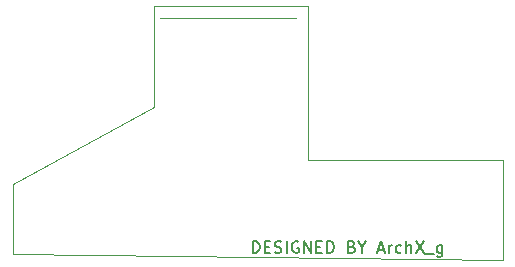
<source format=gbr>
%TF.GenerationSoftware,KiCad,Pcbnew,9.0.7*%
%TF.CreationDate,2026-01-22T13:26:52+05:30*%
%TF.ProjectId,uc7800,75633738-3030-42e6-9b69-6361645f7063,rev?*%
%TF.SameCoordinates,Original*%
%TF.FileFunction,Profile,NP*%
%FSLAX46Y46*%
G04 Gerber Fmt 4.6, Leading zero omitted, Abs format (unit mm)*
G04 Created by KiCad (PCBNEW 9.0.7) date 2026-01-22 13:26:52*
%MOMM*%
%LPD*%
G01*
G04 APERTURE LIST*
%TA.AperFunction,Profile*%
%ADD10C,0.050000*%
%TD*%
%ADD11C,0.150000*%
G04 APERTURE END LIST*
D10*
X170000000Y-92500000D02*
X170000000Y-79500000D01*
X170000000Y-79500000D02*
X157000000Y-79500000D01*
X157000000Y-79500000D02*
X157000000Y-80500000D01*
X157500000Y-80500000D02*
X169000000Y-80500000D01*
X186500000Y-99500000D02*
X186500000Y-101000000D01*
X186500000Y-92500000D02*
X170000000Y-92500000D01*
X145000000Y-100500000D02*
X186500000Y-101000000D01*
X145000000Y-94500000D02*
X145000000Y-99500000D01*
X157000000Y-88000000D02*
X145000000Y-94500000D01*
X145000000Y-99500000D02*
X145000000Y-100500000D01*
X157000000Y-80500000D02*
X157000000Y-88000000D01*
X186500000Y-99500000D02*
X186500000Y-92500000D01*
D11*
X165336779Y-100369819D02*
X165336779Y-99369819D01*
X165336779Y-99369819D02*
X165574874Y-99369819D01*
X165574874Y-99369819D02*
X165717731Y-99417438D01*
X165717731Y-99417438D02*
X165812969Y-99512676D01*
X165812969Y-99512676D02*
X165860588Y-99607914D01*
X165860588Y-99607914D02*
X165908207Y-99798390D01*
X165908207Y-99798390D02*
X165908207Y-99941247D01*
X165908207Y-99941247D02*
X165860588Y-100131723D01*
X165860588Y-100131723D02*
X165812969Y-100226961D01*
X165812969Y-100226961D02*
X165717731Y-100322200D01*
X165717731Y-100322200D02*
X165574874Y-100369819D01*
X165574874Y-100369819D02*
X165336779Y-100369819D01*
X166336779Y-99846009D02*
X166670112Y-99846009D01*
X166812969Y-100369819D02*
X166336779Y-100369819D01*
X166336779Y-100369819D02*
X166336779Y-99369819D01*
X166336779Y-99369819D02*
X166812969Y-99369819D01*
X167193922Y-100322200D02*
X167336779Y-100369819D01*
X167336779Y-100369819D02*
X167574874Y-100369819D01*
X167574874Y-100369819D02*
X167670112Y-100322200D01*
X167670112Y-100322200D02*
X167717731Y-100274580D01*
X167717731Y-100274580D02*
X167765350Y-100179342D01*
X167765350Y-100179342D02*
X167765350Y-100084104D01*
X167765350Y-100084104D02*
X167717731Y-99988866D01*
X167717731Y-99988866D02*
X167670112Y-99941247D01*
X167670112Y-99941247D02*
X167574874Y-99893628D01*
X167574874Y-99893628D02*
X167384398Y-99846009D01*
X167384398Y-99846009D02*
X167289160Y-99798390D01*
X167289160Y-99798390D02*
X167241541Y-99750771D01*
X167241541Y-99750771D02*
X167193922Y-99655533D01*
X167193922Y-99655533D02*
X167193922Y-99560295D01*
X167193922Y-99560295D02*
X167241541Y-99465057D01*
X167241541Y-99465057D02*
X167289160Y-99417438D01*
X167289160Y-99417438D02*
X167384398Y-99369819D01*
X167384398Y-99369819D02*
X167622493Y-99369819D01*
X167622493Y-99369819D02*
X167765350Y-99417438D01*
X168193922Y-100369819D02*
X168193922Y-99369819D01*
X169193921Y-99417438D02*
X169098683Y-99369819D01*
X169098683Y-99369819D02*
X168955826Y-99369819D01*
X168955826Y-99369819D02*
X168812969Y-99417438D01*
X168812969Y-99417438D02*
X168717731Y-99512676D01*
X168717731Y-99512676D02*
X168670112Y-99607914D01*
X168670112Y-99607914D02*
X168622493Y-99798390D01*
X168622493Y-99798390D02*
X168622493Y-99941247D01*
X168622493Y-99941247D02*
X168670112Y-100131723D01*
X168670112Y-100131723D02*
X168717731Y-100226961D01*
X168717731Y-100226961D02*
X168812969Y-100322200D01*
X168812969Y-100322200D02*
X168955826Y-100369819D01*
X168955826Y-100369819D02*
X169051064Y-100369819D01*
X169051064Y-100369819D02*
X169193921Y-100322200D01*
X169193921Y-100322200D02*
X169241540Y-100274580D01*
X169241540Y-100274580D02*
X169241540Y-99941247D01*
X169241540Y-99941247D02*
X169051064Y-99941247D01*
X169670112Y-100369819D02*
X169670112Y-99369819D01*
X169670112Y-99369819D02*
X170241540Y-100369819D01*
X170241540Y-100369819D02*
X170241540Y-99369819D01*
X170717731Y-99846009D02*
X171051064Y-99846009D01*
X171193921Y-100369819D02*
X170717731Y-100369819D01*
X170717731Y-100369819D02*
X170717731Y-99369819D01*
X170717731Y-99369819D02*
X171193921Y-99369819D01*
X171622493Y-100369819D02*
X171622493Y-99369819D01*
X171622493Y-99369819D02*
X171860588Y-99369819D01*
X171860588Y-99369819D02*
X172003445Y-99417438D01*
X172003445Y-99417438D02*
X172098683Y-99512676D01*
X172098683Y-99512676D02*
X172146302Y-99607914D01*
X172146302Y-99607914D02*
X172193921Y-99798390D01*
X172193921Y-99798390D02*
X172193921Y-99941247D01*
X172193921Y-99941247D02*
X172146302Y-100131723D01*
X172146302Y-100131723D02*
X172098683Y-100226961D01*
X172098683Y-100226961D02*
X172003445Y-100322200D01*
X172003445Y-100322200D02*
X171860588Y-100369819D01*
X171860588Y-100369819D02*
X171622493Y-100369819D01*
X173717731Y-99846009D02*
X173860588Y-99893628D01*
X173860588Y-99893628D02*
X173908207Y-99941247D01*
X173908207Y-99941247D02*
X173955826Y-100036485D01*
X173955826Y-100036485D02*
X173955826Y-100179342D01*
X173955826Y-100179342D02*
X173908207Y-100274580D01*
X173908207Y-100274580D02*
X173860588Y-100322200D01*
X173860588Y-100322200D02*
X173765350Y-100369819D01*
X173765350Y-100369819D02*
X173384398Y-100369819D01*
X173384398Y-100369819D02*
X173384398Y-99369819D01*
X173384398Y-99369819D02*
X173717731Y-99369819D01*
X173717731Y-99369819D02*
X173812969Y-99417438D01*
X173812969Y-99417438D02*
X173860588Y-99465057D01*
X173860588Y-99465057D02*
X173908207Y-99560295D01*
X173908207Y-99560295D02*
X173908207Y-99655533D01*
X173908207Y-99655533D02*
X173860588Y-99750771D01*
X173860588Y-99750771D02*
X173812969Y-99798390D01*
X173812969Y-99798390D02*
X173717731Y-99846009D01*
X173717731Y-99846009D02*
X173384398Y-99846009D01*
X174574874Y-99893628D02*
X174574874Y-100369819D01*
X174241541Y-99369819D02*
X174574874Y-99893628D01*
X174574874Y-99893628D02*
X174908207Y-99369819D01*
X175955827Y-100084104D02*
X176432017Y-100084104D01*
X175860589Y-100369819D02*
X176193922Y-99369819D01*
X176193922Y-99369819D02*
X176527255Y-100369819D01*
X176860589Y-100369819D02*
X176860589Y-99703152D01*
X176860589Y-99893628D02*
X176908208Y-99798390D01*
X176908208Y-99798390D02*
X176955827Y-99750771D01*
X176955827Y-99750771D02*
X177051065Y-99703152D01*
X177051065Y-99703152D02*
X177146303Y-99703152D01*
X177908208Y-100322200D02*
X177812970Y-100369819D01*
X177812970Y-100369819D02*
X177622494Y-100369819D01*
X177622494Y-100369819D02*
X177527256Y-100322200D01*
X177527256Y-100322200D02*
X177479637Y-100274580D01*
X177479637Y-100274580D02*
X177432018Y-100179342D01*
X177432018Y-100179342D02*
X177432018Y-99893628D01*
X177432018Y-99893628D02*
X177479637Y-99798390D01*
X177479637Y-99798390D02*
X177527256Y-99750771D01*
X177527256Y-99750771D02*
X177622494Y-99703152D01*
X177622494Y-99703152D02*
X177812970Y-99703152D01*
X177812970Y-99703152D02*
X177908208Y-99750771D01*
X178336780Y-100369819D02*
X178336780Y-99369819D01*
X178765351Y-100369819D02*
X178765351Y-99846009D01*
X178765351Y-99846009D02*
X178717732Y-99750771D01*
X178717732Y-99750771D02*
X178622494Y-99703152D01*
X178622494Y-99703152D02*
X178479637Y-99703152D01*
X178479637Y-99703152D02*
X178384399Y-99750771D01*
X178384399Y-99750771D02*
X178336780Y-99798390D01*
X179146304Y-99369819D02*
X179812970Y-100369819D01*
X179812970Y-99369819D02*
X179146304Y-100369819D01*
X179955828Y-100465057D02*
X180717732Y-100465057D01*
X181384399Y-99703152D02*
X181384399Y-100512676D01*
X181384399Y-100512676D02*
X181336780Y-100607914D01*
X181336780Y-100607914D02*
X181289161Y-100655533D01*
X181289161Y-100655533D02*
X181193923Y-100703152D01*
X181193923Y-100703152D02*
X181051066Y-100703152D01*
X181051066Y-100703152D02*
X180955828Y-100655533D01*
X181384399Y-100322200D02*
X181289161Y-100369819D01*
X181289161Y-100369819D02*
X181098685Y-100369819D01*
X181098685Y-100369819D02*
X181003447Y-100322200D01*
X181003447Y-100322200D02*
X180955828Y-100274580D01*
X180955828Y-100274580D02*
X180908209Y-100179342D01*
X180908209Y-100179342D02*
X180908209Y-99893628D01*
X180908209Y-99893628D02*
X180955828Y-99798390D01*
X180955828Y-99798390D02*
X181003447Y-99750771D01*
X181003447Y-99750771D02*
X181098685Y-99703152D01*
X181098685Y-99703152D02*
X181289161Y-99703152D01*
X181289161Y-99703152D02*
X181384399Y-99750771D01*
M02*

</source>
